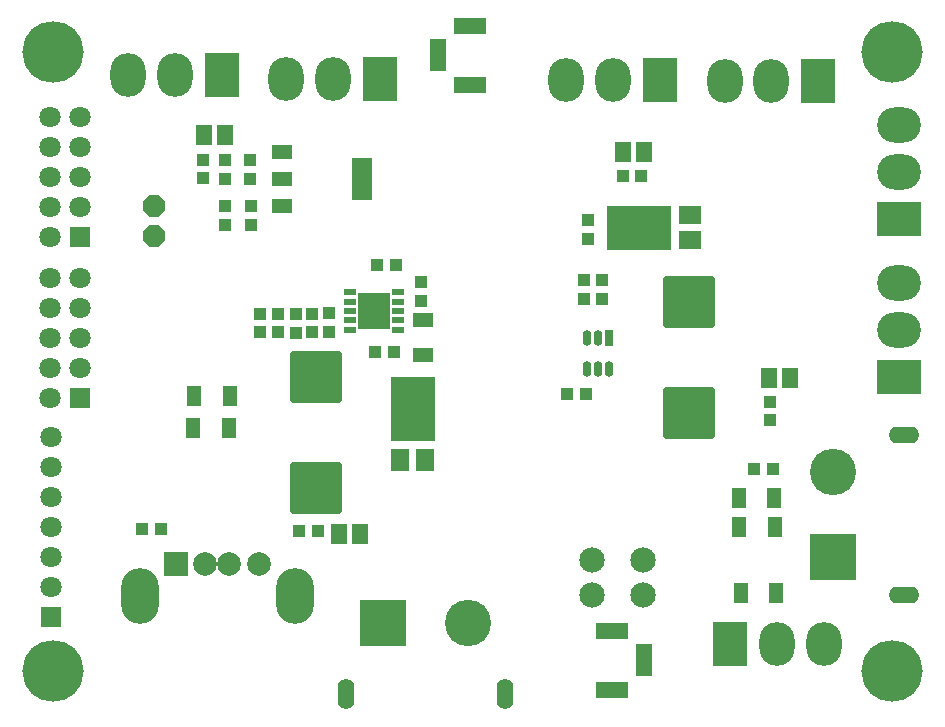
<source format=gbr>
%TF.GenerationSoftware,Altium Limited,Altium Designer,22.5.1 (42)*%
G04 Layer_Color=8388736*
%FSLAX44Y44*%
%MOMM*%
%TF.SameCoordinates,01627914-4FCA-44A5-8146-F6A238B5A28C*%
%TF.FilePolarity,Negative*%
%TF.FileFunction,Soldermask,Top*%
%TF.Part,Single*%
G01*
G75*
%TA.AperFunction,SMDPad,CuDef*%
%ADD66R,1.0032X1.0032*%
%ADD67R,1.0532X1.0532*%
%ADD68R,1.3632X1.6732*%
%ADD69R,1.8032X1.2032*%
%ADD70R,1.6020X1.9520*%
%ADD71R,3.7200X5.4700*%
%ADD73R,1.0532X1.0532*%
%TA.AperFunction,ComponentPad*%
%ADD74C,5.2032*%
G04:AMPARAMS|DCode=75|XSize=1.8032mm|YSize=1.8032mm|CornerRadius=0mm|HoleSize=0mm|Usage=FLASHONLY|Rotation=90.000|XOffset=0mm|YOffset=0mm|HoleType=Round|Shape=Octagon|*
%AMOCTAGOND75*
4,1,8,0.4508,0.9016,-0.4508,0.9016,-0.9016,0.4508,-0.9016,-0.4508,-0.4508,-0.9016,0.4508,-0.9016,0.9016,-0.4508,0.9016,0.4508,0.4508,0.9016,0.0*
%
%ADD75OCTAGOND75*%

%ADD76O,3.7032X3.0032*%
%ADD77R,3.7032X3.0032*%
%ADD78O,3.0032X3.7032*%
%ADD79R,3.0032X3.7032*%
%ADD80C,2.0032*%
%ADD81R,2.0032X2.0032*%
%ADD82O,3.2032X4.7032*%
%ADD83C,3.9192*%
%ADD84R,3.9192X3.9192*%
%ADD85O,1.4032X2.6032*%
%ADD86R,1.4032X2.7032*%
%ADD87R,2.7032X1.4032*%
%ADD88R,3.9192X3.9192*%
%ADD89O,2.6032X1.4032*%
%ADD90C,1.8032*%
%ADD91R,1.8032X1.8032*%
%TA.AperFunction,SMDPad,CuDef*%
%ADD98R,1.1020X0.5020*%
%ADD99R,2.7020X3.1020*%
%ADD100R,1.2032X1.8032*%
%ADD101O,0.7600X1.3600*%
%ADD102R,0.7600X1.3600*%
G04:AMPARAMS|DCode=103|XSize=4.4032mm|YSize=4.4032mm|CornerRadius=0.3116mm|HoleSize=0mm|Usage=FLASHONLY|Rotation=270.000|XOffset=0mm|YOffset=0mm|HoleType=Round|Shape=RoundedRectangle|*
%AMROUNDEDRECTD103*
21,1,4.4032,3.7800,0,0,270.0*
21,1,3.7800,4.4032,0,0,270.0*
1,1,0.6232,-1.8900,-1.8900*
1,1,0.6232,-1.8900,1.8900*
1,1,0.6232,1.8900,1.8900*
1,1,0.6232,1.8900,-1.8900*
%
%ADD103ROUNDEDRECTD103*%
%ADD104R,1.9520X1.6020*%
%ADD105R,5.4700X3.7200*%
%ADD106R,1.7532X1.3032*%
%ADD107R,1.7532X1.3032*%
%ADD108R,1.7532X3.6532*%
%ADD109R,1.0032X1.0032*%
%ADD110C,2.1500*%
D66*
X254500Y-91500D02*
D03*
X238500D02*
D03*
X96000Y-27500D02*
D03*
X80000D02*
D03*
X-82250Y7750D02*
D03*
X-66250D02*
D03*
X-280000Y-142250D02*
D03*
X-264000D02*
D03*
D67*
X94250Y52500D02*
D03*
X109750D02*
D03*
Y68500D02*
D03*
X94250D02*
D03*
X127250Y156500D02*
D03*
X142750D02*
D03*
X-80500Y81250D02*
D03*
X-65000D02*
D03*
X-131000Y-144000D02*
D03*
X-146500D02*
D03*
D68*
X-209600Y191500D02*
D03*
X-227400D02*
D03*
X251100Y-14000D02*
D03*
X268900D02*
D03*
X144900Y177500D02*
D03*
X127100D02*
D03*
X-95100Y-146000D02*
D03*
X-112900D02*
D03*
D69*
X-42000Y5000D02*
D03*
Y35000D02*
D03*
D70*
X-40000Y-83250D02*
D03*
X-61000D02*
D03*
D71*
X-50500Y-40250D02*
D03*
D73*
X252000Y-49750D02*
D03*
Y-34250D02*
D03*
X-228500Y170250D02*
D03*
Y154750D02*
D03*
X-135750Y24750D02*
D03*
Y40250D02*
D03*
X-164500Y24750D02*
D03*
Y40250D02*
D03*
X-180000Y24500D02*
D03*
Y40000D02*
D03*
D74*
X355000Y-262000D02*
D03*
X-355000Y262000D02*
D03*
Y-262000D02*
D03*
X355000Y262000D02*
D03*
D75*
X-270000Y106300D02*
D03*
Y131700D02*
D03*
D76*
X361000Y160000D02*
D03*
Y199600D02*
D03*
Y66000D02*
D03*
Y26400D02*
D03*
D77*
Y120400D02*
D03*
Y-13200D02*
D03*
D78*
X119000Y238000D02*
D03*
X79400D02*
D03*
X213400Y237000D02*
D03*
X253000D02*
D03*
X258000Y-239000D02*
D03*
X297600D02*
D03*
X-291600Y242000D02*
D03*
X-252000D02*
D03*
X-118000Y239000D02*
D03*
X-157600D02*
D03*
D79*
X158600Y238000D02*
D03*
X292600Y237000D02*
D03*
X218400Y-239000D02*
D03*
X-212400Y242000D02*
D03*
X-78400Y239000D02*
D03*
D80*
X-206200Y-171400D02*
D03*
X-181200Y-171400D02*
D03*
X-226200Y-171400D02*
D03*
D81*
X-251200D02*
D03*
D82*
X-281900Y-198500D02*
D03*
X-150500D02*
D03*
D83*
X-4000Y-222000D02*
D03*
X305000Y-94000D02*
D03*
D84*
X-76000Y-222000D02*
D03*
D85*
X27500Y-282000D02*
D03*
X-107500D02*
D03*
D86*
X145000Y-253000D02*
D03*
X-29000Y259000D02*
D03*
D87*
X118000Y-278000D02*
D03*
Y-228000D02*
D03*
X-2000Y284000D02*
D03*
Y234000D02*
D03*
D88*
X305000Y-166000D02*
D03*
D89*
X365000Y-62500D02*
D03*
Y-197500D02*
D03*
D90*
X-357000Y-89600D02*
D03*
Y-140400D02*
D03*
Y-191200D02*
D03*
Y-165800D02*
D03*
X-357000Y-115000D02*
D03*
X-357000Y-64200D02*
D03*
X-357700Y70800D02*
D03*
X-332300D02*
D03*
X-357700Y20000D02*
D03*
X-332300D02*
D03*
X-357700Y-30800D02*
D03*
Y-5400D02*
D03*
X-332300D02*
D03*
Y45400D02*
D03*
X-357700D02*
D03*
X-357400Y181000D02*
D03*
X-332000D02*
D03*
Y130200D02*
D03*
X-357400D02*
D03*
Y104800D02*
D03*
X-332000Y155600D02*
D03*
X-357400D02*
D03*
X-332000Y206400D02*
D03*
X-357400D02*
D03*
D91*
X-357000Y-216600D02*
D03*
X-332300Y-30800D02*
D03*
X-332000Y104800D02*
D03*
D98*
X-63500Y26500D02*
D03*
Y34500D02*
D03*
Y42500D02*
D03*
Y50500D02*
D03*
Y58500D02*
D03*
X-103500D02*
D03*
Y50500D02*
D03*
Y42500D02*
D03*
Y34500D02*
D03*
Y26500D02*
D03*
D99*
X-83500Y42500D02*
D03*
D100*
X257250Y-196000D02*
D03*
X227250D02*
D03*
X256000Y-140000D02*
D03*
X226000D02*
D03*
X255500Y-115500D02*
D03*
X225500D02*
D03*
X-236250Y-56250D02*
D03*
X-206250D02*
D03*
X-235750Y-29750D02*
D03*
X-205750D02*
D03*
D101*
X106000Y19500D02*
D03*
X96500D02*
D03*
X115500Y-6500D02*
D03*
X106000D02*
D03*
X96500D02*
D03*
D102*
X115500Y19500D02*
D03*
D103*
X183000Y-43500D02*
D03*
Y50500D02*
D03*
X-132500Y-13000D02*
D03*
Y-107000D02*
D03*
D104*
X184000Y102500D02*
D03*
Y123500D02*
D03*
D105*
X141000Y113000D02*
D03*
D106*
X-161250Y154500D02*
D03*
Y131500D02*
D03*
D107*
Y177500D02*
D03*
D108*
X-93750Y154500D02*
D03*
D109*
X-188500D02*
D03*
Y170500D02*
D03*
X-209500Y154500D02*
D03*
Y170500D02*
D03*
X-187500Y131500D02*
D03*
Y115500D02*
D03*
X-209500Y131500D02*
D03*
Y115500D02*
D03*
X98000Y119500D02*
D03*
Y103500D02*
D03*
X-149750Y24250D02*
D03*
Y40250D02*
D03*
X-121750Y40500D02*
D03*
Y24500D02*
D03*
X-43500Y51250D02*
D03*
Y67250D02*
D03*
D110*
X101000Y-198000D02*
D03*
Y-168000D02*
D03*
X144000Y-198000D02*
D03*
Y-168000D02*
D03*
%TF.MD5,d23d9667ecb58ff24fb9309111fa0be9*%
M02*

</source>
